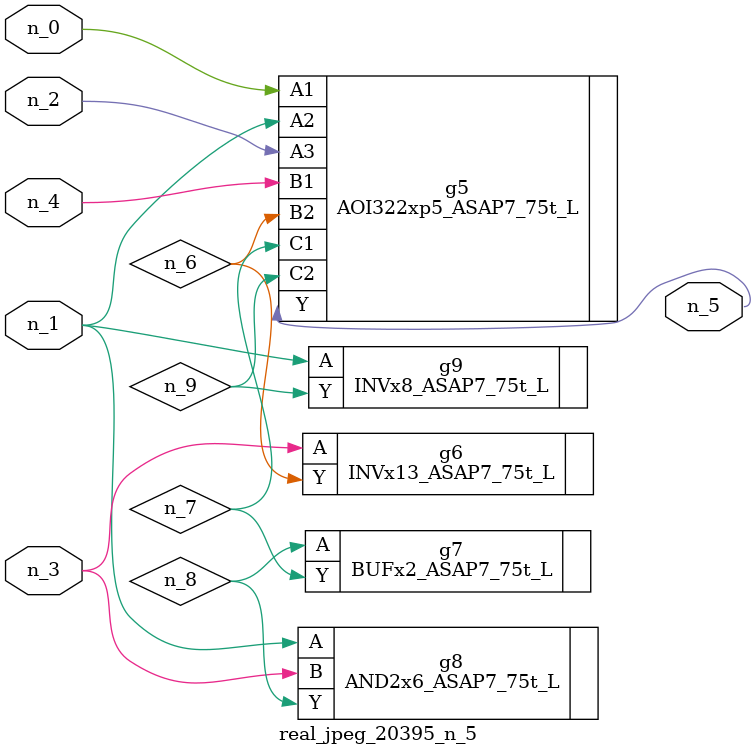
<source format=v>
module real_jpeg_20395_n_5 (n_4, n_0, n_1, n_2, n_3, n_5);

input n_4;
input n_0;
input n_1;
input n_2;
input n_3;

output n_5;

wire n_8;
wire n_6;
wire n_7;
wire n_9;

AOI322xp5_ASAP7_75t_L g5 ( 
.A1(n_0),
.A2(n_1),
.A3(n_2),
.B1(n_4),
.B2(n_6),
.C1(n_7),
.C2(n_9),
.Y(n_5)
);

AND2x6_ASAP7_75t_L g8 ( 
.A(n_1),
.B(n_3),
.Y(n_8)
);

INVx8_ASAP7_75t_L g9 ( 
.A(n_1),
.Y(n_9)
);

INVx13_ASAP7_75t_L g6 ( 
.A(n_3),
.Y(n_6)
);

BUFx2_ASAP7_75t_L g7 ( 
.A(n_8),
.Y(n_7)
);


endmodule
</source>
